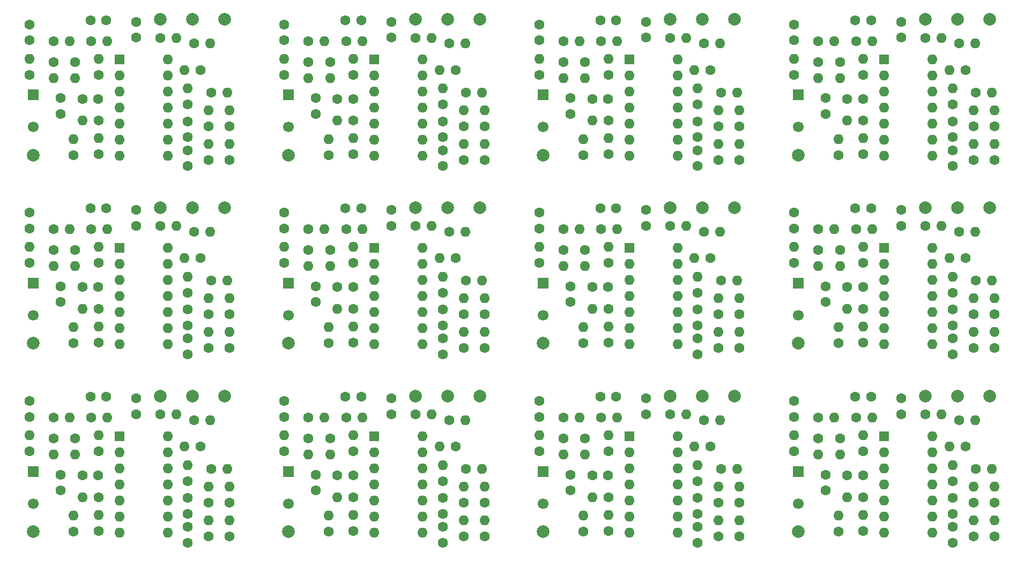
<source format=gbr>
G04 #@! TF.FileFunction,Soldermask,Bot*
%FSLAX46Y46*%
G04 Gerber Fmt 4.6, Leading zero omitted, Abs format (unit mm)*
G04 Created by KiCad (PCBNEW 4.0.6-e0-6349~53~ubuntu16.04.1) date Sat Mar 11 21:42:00 2017*
%MOMM*%
%LPD*%
G01*
G04 APERTURE LIST*
%ADD10C,0.100000*%
%ADD11C,1.600000*%
%ADD12O,1.600000X1.600000*%
%ADD13R,1.600000X1.600000*%
%ADD14C,1.998980*%
%ADD15C,1.700000*%
%ADD16R,1.700000X1.700000*%
G04 APERTURE END LIST*
D10*
D11*
X141599920Y-88379300D03*
X141599920Y-90879300D03*
X136646920Y-79235300D03*
X136646920Y-76735300D03*
X145028920Y-88506300D03*
X147528920Y-88506300D03*
X163697920Y-83934300D03*
D12*
X161157920Y-83934300D03*
D11*
X162681920Y-79743300D03*
D12*
X165221920Y-79743300D03*
D11*
X157347920Y-78854300D03*
D12*
X159887920Y-78854300D03*
D11*
X165348920Y-87490300D03*
D12*
X167888920Y-87490300D03*
D11*
X164967920Y-98158300D03*
D12*
X164967920Y-95618300D03*
D11*
X168269920Y-92824300D03*
D12*
X168269920Y-90284300D03*
D11*
X161665920Y-89395300D03*
D12*
X161665920Y-86855300D03*
D11*
X164967920Y-92824300D03*
D12*
X164967920Y-90284300D03*
D11*
X168269920Y-98158300D03*
D12*
X168269920Y-95618300D03*
D11*
X147568920Y-97269300D03*
D12*
X147568920Y-94729300D03*
D11*
X143631920Y-97396300D03*
D12*
X143631920Y-94856300D03*
D11*
X147568920Y-91935300D03*
D12*
X145028920Y-91935300D03*
D11*
X147568920Y-84696300D03*
D12*
X147568920Y-82156300D03*
D11*
X143885920Y-82664300D03*
D12*
X143885920Y-85204300D03*
D11*
X146425920Y-79362300D03*
D12*
X148965920Y-79362300D03*
D11*
X140456920Y-79362300D03*
D12*
X142996920Y-79362300D03*
D11*
X136646920Y-84696300D03*
D12*
X136646920Y-82156300D03*
D11*
X140456920Y-82664300D03*
D12*
X140456920Y-85204300D03*
D13*
X150870920Y-82283300D03*
D12*
X158490920Y-97523300D03*
X150870920Y-84823300D03*
X158490920Y-94983300D03*
X150870920Y-87363300D03*
X158490920Y-92443300D03*
X150870920Y-89903300D03*
X158490920Y-89903300D03*
X150870920Y-92443300D03*
X158490920Y-87363300D03*
X150870920Y-94983300D03*
X158490920Y-84823300D03*
X150870920Y-97523300D03*
X158490920Y-82283300D03*
D14*
X157347920Y-75933300D03*
X162427920Y-75933300D03*
X137281920Y-97396300D03*
X167507920Y-75933300D03*
D15*
X137281920Y-92951300D03*
D16*
X137281920Y-87871300D03*
D11*
X161665920Y-92062300D03*
X161665920Y-94562300D03*
X153537920Y-76314300D03*
X153537920Y-78814300D03*
X146298920Y-76060300D03*
X148798920Y-76060300D03*
X161665920Y-96634300D03*
X161665920Y-99134300D03*
X121409460Y-96634300D03*
X121409460Y-99134300D03*
X106042460Y-76060300D03*
X108542460Y-76060300D03*
X113281460Y-76314300D03*
X113281460Y-78814300D03*
X121409460Y-92062300D03*
X121409460Y-94562300D03*
D15*
X97025460Y-92951300D03*
D16*
X97025460Y-87871300D03*
D14*
X127251460Y-75933300D03*
X97025460Y-97396300D03*
X122171460Y-75933300D03*
X117091460Y-75933300D03*
D13*
X110614460Y-82283300D03*
D12*
X118234460Y-97523300D03*
X110614460Y-84823300D03*
X118234460Y-94983300D03*
X110614460Y-87363300D03*
X118234460Y-92443300D03*
X110614460Y-89903300D03*
X118234460Y-89903300D03*
X110614460Y-92443300D03*
X118234460Y-87363300D03*
X110614460Y-94983300D03*
X118234460Y-84823300D03*
X110614460Y-97523300D03*
X118234460Y-82283300D03*
D11*
X100200460Y-82664300D03*
D12*
X100200460Y-85204300D03*
D11*
X96390460Y-84696300D03*
D12*
X96390460Y-82156300D03*
D11*
X100200460Y-79362300D03*
D12*
X102740460Y-79362300D03*
D11*
X106169460Y-79362300D03*
D12*
X108709460Y-79362300D03*
D11*
X103629460Y-82664300D03*
D12*
X103629460Y-85204300D03*
D11*
X107312460Y-84696300D03*
D12*
X107312460Y-82156300D03*
D11*
X107312460Y-91935300D03*
D12*
X104772460Y-91935300D03*
D11*
X103375460Y-97396300D03*
D12*
X103375460Y-94856300D03*
D11*
X107312460Y-97269300D03*
D12*
X107312460Y-94729300D03*
D11*
X128013460Y-98158300D03*
D12*
X128013460Y-95618300D03*
D11*
X124711460Y-92824300D03*
D12*
X124711460Y-90284300D03*
D11*
X121409460Y-89395300D03*
D12*
X121409460Y-86855300D03*
D11*
X128013460Y-92824300D03*
D12*
X128013460Y-90284300D03*
D11*
X124711460Y-98158300D03*
D12*
X124711460Y-95618300D03*
D11*
X125092460Y-87490300D03*
D12*
X127632460Y-87490300D03*
D11*
X117091460Y-78854300D03*
D12*
X119631460Y-78854300D03*
D11*
X122425460Y-79743300D03*
D12*
X124965460Y-79743300D03*
D11*
X123441460Y-83934300D03*
D12*
X120901460Y-83934300D03*
D11*
X104772460Y-88506300D03*
X107272460Y-88506300D03*
X96390460Y-79235300D03*
X96390460Y-76735300D03*
X101343460Y-88379300D03*
X101343460Y-90879300D03*
X61087000Y-88379300D03*
X61087000Y-90879300D03*
X56134000Y-79235300D03*
X56134000Y-76735300D03*
X64516000Y-88506300D03*
X67016000Y-88506300D03*
X83185000Y-83934300D03*
D12*
X80645000Y-83934300D03*
D11*
X82169000Y-79743300D03*
D12*
X84709000Y-79743300D03*
D11*
X76835000Y-78854300D03*
D12*
X79375000Y-78854300D03*
D11*
X84836000Y-87490300D03*
D12*
X87376000Y-87490300D03*
D11*
X84455000Y-98158300D03*
D12*
X84455000Y-95618300D03*
D11*
X87757000Y-92824300D03*
D12*
X87757000Y-90284300D03*
D11*
X81153000Y-89395300D03*
D12*
X81153000Y-86855300D03*
D11*
X84455000Y-92824300D03*
D12*
X84455000Y-90284300D03*
D11*
X87757000Y-98158300D03*
D12*
X87757000Y-95618300D03*
D11*
X67056000Y-97269300D03*
D12*
X67056000Y-94729300D03*
D11*
X63119000Y-97396300D03*
D12*
X63119000Y-94856300D03*
D11*
X67056000Y-91935300D03*
D12*
X64516000Y-91935300D03*
D11*
X67056000Y-84696300D03*
D12*
X67056000Y-82156300D03*
D11*
X63373000Y-82664300D03*
D12*
X63373000Y-85204300D03*
D11*
X65913000Y-79362300D03*
D12*
X68453000Y-79362300D03*
D11*
X59944000Y-79362300D03*
D12*
X62484000Y-79362300D03*
D11*
X56134000Y-84696300D03*
D12*
X56134000Y-82156300D03*
D11*
X59944000Y-82664300D03*
D12*
X59944000Y-85204300D03*
D13*
X70358000Y-82283300D03*
D12*
X77978000Y-97523300D03*
X70358000Y-84823300D03*
X77978000Y-94983300D03*
X70358000Y-87363300D03*
X77978000Y-92443300D03*
X70358000Y-89903300D03*
X77978000Y-89903300D03*
X70358000Y-92443300D03*
X77978000Y-87363300D03*
X70358000Y-94983300D03*
X77978000Y-84823300D03*
X70358000Y-97523300D03*
X77978000Y-82283300D03*
D14*
X76835000Y-75933300D03*
X81915000Y-75933300D03*
X56769000Y-97396300D03*
X86995000Y-75933300D03*
D15*
X56769000Y-92951300D03*
D16*
X56769000Y-87871300D03*
D11*
X81153000Y-92062300D03*
X81153000Y-94562300D03*
X73025000Y-76314300D03*
X73025000Y-78814300D03*
X65786000Y-76060300D03*
X68286000Y-76060300D03*
X81153000Y-96634300D03*
X81153000Y-99134300D03*
X40894000Y-96634300D03*
X40894000Y-99134300D03*
X25527000Y-76060300D03*
X28027000Y-76060300D03*
X32766000Y-76314300D03*
X32766000Y-78814300D03*
X40894000Y-92062300D03*
X40894000Y-94562300D03*
D15*
X16510000Y-92951300D03*
D16*
X16510000Y-87871300D03*
D14*
X46736000Y-75933300D03*
X16510000Y-97396300D03*
X41656000Y-75933300D03*
X36576000Y-75933300D03*
D13*
X30099000Y-82283300D03*
D12*
X37719000Y-97523300D03*
X30099000Y-84823300D03*
X37719000Y-94983300D03*
X30099000Y-87363300D03*
X37719000Y-92443300D03*
X30099000Y-89903300D03*
X37719000Y-89903300D03*
X30099000Y-92443300D03*
X37719000Y-87363300D03*
X30099000Y-94983300D03*
X37719000Y-84823300D03*
X30099000Y-97523300D03*
X37719000Y-82283300D03*
D11*
X19685000Y-82664300D03*
D12*
X19685000Y-85204300D03*
D11*
X15875000Y-84696300D03*
D12*
X15875000Y-82156300D03*
D11*
X19685000Y-79362300D03*
D12*
X22225000Y-79362300D03*
D11*
X25654000Y-79362300D03*
D12*
X28194000Y-79362300D03*
D11*
X23114000Y-82664300D03*
D12*
X23114000Y-85204300D03*
D11*
X26797000Y-84696300D03*
D12*
X26797000Y-82156300D03*
D11*
X26797000Y-91935300D03*
D12*
X24257000Y-91935300D03*
D11*
X22860000Y-97396300D03*
D12*
X22860000Y-94856300D03*
D11*
X26797000Y-97269300D03*
D12*
X26797000Y-94729300D03*
D11*
X47498000Y-98158300D03*
D12*
X47498000Y-95618300D03*
D11*
X44196000Y-92824300D03*
D12*
X44196000Y-90284300D03*
D11*
X40894000Y-89395300D03*
D12*
X40894000Y-86855300D03*
D11*
X47498000Y-92824300D03*
D12*
X47498000Y-90284300D03*
D11*
X44196000Y-98158300D03*
D12*
X44196000Y-95618300D03*
D11*
X44577000Y-87490300D03*
D12*
X47117000Y-87490300D03*
D11*
X36576000Y-78854300D03*
D12*
X39116000Y-78854300D03*
D11*
X41910000Y-79743300D03*
D12*
X44450000Y-79743300D03*
D11*
X42926000Y-83934300D03*
D12*
X40386000Y-83934300D03*
D11*
X24257000Y-88506300D03*
X26757000Y-88506300D03*
X15875000Y-79235300D03*
X15875000Y-76735300D03*
X20828000Y-88379300D03*
X20828000Y-90879300D03*
X20828000Y-58592720D03*
X20828000Y-61092720D03*
X15875000Y-49448720D03*
X15875000Y-46948720D03*
X24257000Y-58719720D03*
X26757000Y-58719720D03*
X42926000Y-54147720D03*
D12*
X40386000Y-54147720D03*
D11*
X41910000Y-49956720D03*
D12*
X44450000Y-49956720D03*
D11*
X36576000Y-49067720D03*
D12*
X39116000Y-49067720D03*
D11*
X44577000Y-57703720D03*
D12*
X47117000Y-57703720D03*
D11*
X44196000Y-68371720D03*
D12*
X44196000Y-65831720D03*
D11*
X47498000Y-63037720D03*
D12*
X47498000Y-60497720D03*
D11*
X40894000Y-59608720D03*
D12*
X40894000Y-57068720D03*
D11*
X44196000Y-63037720D03*
D12*
X44196000Y-60497720D03*
D11*
X47498000Y-68371720D03*
D12*
X47498000Y-65831720D03*
D11*
X26797000Y-67482720D03*
D12*
X26797000Y-64942720D03*
D11*
X22860000Y-67609720D03*
D12*
X22860000Y-65069720D03*
D11*
X26797000Y-62148720D03*
D12*
X24257000Y-62148720D03*
D11*
X26797000Y-54909720D03*
D12*
X26797000Y-52369720D03*
D11*
X23114000Y-52877720D03*
D12*
X23114000Y-55417720D03*
D11*
X25654000Y-49575720D03*
D12*
X28194000Y-49575720D03*
D11*
X19685000Y-49575720D03*
D12*
X22225000Y-49575720D03*
D11*
X15875000Y-54909720D03*
D12*
X15875000Y-52369720D03*
D11*
X19685000Y-52877720D03*
D12*
X19685000Y-55417720D03*
D13*
X30099000Y-52496720D03*
D12*
X37719000Y-67736720D03*
X30099000Y-55036720D03*
X37719000Y-65196720D03*
X30099000Y-57576720D03*
X37719000Y-62656720D03*
X30099000Y-60116720D03*
X37719000Y-60116720D03*
X30099000Y-62656720D03*
X37719000Y-57576720D03*
X30099000Y-65196720D03*
X37719000Y-55036720D03*
X30099000Y-67736720D03*
X37719000Y-52496720D03*
D14*
X36576000Y-46146720D03*
X41656000Y-46146720D03*
X16510000Y-67609720D03*
X46736000Y-46146720D03*
D15*
X16510000Y-63164720D03*
D16*
X16510000Y-58084720D03*
D11*
X40894000Y-62275720D03*
X40894000Y-64775720D03*
X32766000Y-46527720D03*
X32766000Y-49027720D03*
X25527000Y-46273720D03*
X28027000Y-46273720D03*
X40894000Y-66847720D03*
X40894000Y-69347720D03*
X81153000Y-66847720D03*
X81153000Y-69347720D03*
X65786000Y-46273720D03*
X68286000Y-46273720D03*
X73025000Y-46527720D03*
X73025000Y-49027720D03*
X81153000Y-62275720D03*
X81153000Y-64775720D03*
D15*
X56769000Y-63164720D03*
D16*
X56769000Y-58084720D03*
D14*
X86995000Y-46146720D03*
X56769000Y-67609720D03*
X81915000Y-46146720D03*
X76835000Y-46146720D03*
D13*
X70358000Y-52496720D03*
D12*
X77978000Y-67736720D03*
X70358000Y-55036720D03*
X77978000Y-65196720D03*
X70358000Y-57576720D03*
X77978000Y-62656720D03*
X70358000Y-60116720D03*
X77978000Y-60116720D03*
X70358000Y-62656720D03*
X77978000Y-57576720D03*
X70358000Y-65196720D03*
X77978000Y-55036720D03*
X70358000Y-67736720D03*
X77978000Y-52496720D03*
D11*
X59944000Y-52877720D03*
D12*
X59944000Y-55417720D03*
D11*
X56134000Y-54909720D03*
D12*
X56134000Y-52369720D03*
D11*
X59944000Y-49575720D03*
D12*
X62484000Y-49575720D03*
D11*
X65913000Y-49575720D03*
D12*
X68453000Y-49575720D03*
D11*
X63373000Y-52877720D03*
D12*
X63373000Y-55417720D03*
D11*
X67056000Y-54909720D03*
D12*
X67056000Y-52369720D03*
D11*
X67056000Y-62148720D03*
D12*
X64516000Y-62148720D03*
D11*
X63119000Y-67609720D03*
D12*
X63119000Y-65069720D03*
D11*
X67056000Y-67482720D03*
D12*
X67056000Y-64942720D03*
D11*
X87757000Y-68371720D03*
D12*
X87757000Y-65831720D03*
D11*
X84455000Y-63037720D03*
D12*
X84455000Y-60497720D03*
D11*
X81153000Y-59608720D03*
D12*
X81153000Y-57068720D03*
D11*
X87757000Y-63037720D03*
D12*
X87757000Y-60497720D03*
D11*
X84455000Y-68371720D03*
D12*
X84455000Y-65831720D03*
D11*
X84836000Y-57703720D03*
D12*
X87376000Y-57703720D03*
D11*
X76835000Y-49067720D03*
D12*
X79375000Y-49067720D03*
D11*
X82169000Y-49956720D03*
D12*
X84709000Y-49956720D03*
D11*
X83185000Y-54147720D03*
D12*
X80645000Y-54147720D03*
D11*
X64516000Y-58719720D03*
X67016000Y-58719720D03*
X56134000Y-49448720D03*
X56134000Y-46948720D03*
X61087000Y-58592720D03*
X61087000Y-61092720D03*
X101343460Y-58592720D03*
X101343460Y-61092720D03*
X96390460Y-49448720D03*
X96390460Y-46948720D03*
X104772460Y-58719720D03*
X107272460Y-58719720D03*
X123441460Y-54147720D03*
D12*
X120901460Y-54147720D03*
D11*
X122425460Y-49956720D03*
D12*
X124965460Y-49956720D03*
D11*
X117091460Y-49067720D03*
D12*
X119631460Y-49067720D03*
D11*
X125092460Y-57703720D03*
D12*
X127632460Y-57703720D03*
D11*
X124711460Y-68371720D03*
D12*
X124711460Y-65831720D03*
D11*
X128013460Y-63037720D03*
D12*
X128013460Y-60497720D03*
D11*
X121409460Y-59608720D03*
D12*
X121409460Y-57068720D03*
D11*
X124711460Y-63037720D03*
D12*
X124711460Y-60497720D03*
D11*
X128013460Y-68371720D03*
D12*
X128013460Y-65831720D03*
D11*
X107312460Y-67482720D03*
D12*
X107312460Y-64942720D03*
D11*
X103375460Y-67609720D03*
D12*
X103375460Y-65069720D03*
D11*
X107312460Y-62148720D03*
D12*
X104772460Y-62148720D03*
D11*
X107312460Y-54909720D03*
D12*
X107312460Y-52369720D03*
D11*
X103629460Y-52877720D03*
D12*
X103629460Y-55417720D03*
D11*
X106169460Y-49575720D03*
D12*
X108709460Y-49575720D03*
D11*
X100200460Y-49575720D03*
D12*
X102740460Y-49575720D03*
D11*
X96390460Y-54909720D03*
D12*
X96390460Y-52369720D03*
D11*
X100200460Y-52877720D03*
D12*
X100200460Y-55417720D03*
D13*
X110614460Y-52496720D03*
D12*
X118234460Y-67736720D03*
X110614460Y-55036720D03*
X118234460Y-65196720D03*
X110614460Y-57576720D03*
X118234460Y-62656720D03*
X110614460Y-60116720D03*
X118234460Y-60116720D03*
X110614460Y-62656720D03*
X118234460Y-57576720D03*
X110614460Y-65196720D03*
X118234460Y-55036720D03*
X110614460Y-67736720D03*
X118234460Y-52496720D03*
D14*
X117091460Y-46146720D03*
X122171460Y-46146720D03*
X97025460Y-67609720D03*
X127251460Y-46146720D03*
D15*
X97025460Y-63164720D03*
D16*
X97025460Y-58084720D03*
D11*
X121409460Y-62275720D03*
X121409460Y-64775720D03*
X113281460Y-46527720D03*
X113281460Y-49027720D03*
X106042460Y-46273720D03*
X108542460Y-46273720D03*
X121409460Y-66847720D03*
X121409460Y-69347720D03*
X161665920Y-66847720D03*
X161665920Y-69347720D03*
X146298920Y-46273720D03*
X148798920Y-46273720D03*
X153537920Y-46527720D03*
X153537920Y-49027720D03*
X161665920Y-62275720D03*
X161665920Y-64775720D03*
D15*
X137281920Y-63164720D03*
D16*
X137281920Y-58084720D03*
D14*
X167507920Y-46146720D03*
X137281920Y-67609720D03*
X162427920Y-46146720D03*
X157347920Y-46146720D03*
D13*
X150870920Y-52496720D03*
D12*
X158490920Y-67736720D03*
X150870920Y-55036720D03*
X158490920Y-65196720D03*
X150870920Y-57576720D03*
X158490920Y-62656720D03*
X150870920Y-60116720D03*
X158490920Y-60116720D03*
X150870920Y-62656720D03*
X158490920Y-57576720D03*
X150870920Y-65196720D03*
X158490920Y-55036720D03*
X150870920Y-67736720D03*
X158490920Y-52496720D03*
D11*
X140456920Y-52877720D03*
D12*
X140456920Y-55417720D03*
D11*
X136646920Y-54909720D03*
D12*
X136646920Y-52369720D03*
D11*
X140456920Y-49575720D03*
D12*
X142996920Y-49575720D03*
D11*
X146425920Y-49575720D03*
D12*
X148965920Y-49575720D03*
D11*
X143885920Y-52877720D03*
D12*
X143885920Y-55417720D03*
D11*
X147568920Y-54909720D03*
D12*
X147568920Y-52369720D03*
D11*
X147568920Y-62148720D03*
D12*
X145028920Y-62148720D03*
D11*
X143631920Y-67609720D03*
D12*
X143631920Y-65069720D03*
D11*
X147568920Y-67482720D03*
D12*
X147568920Y-64942720D03*
D11*
X168269920Y-68371720D03*
D12*
X168269920Y-65831720D03*
D11*
X164967920Y-63037720D03*
D12*
X164967920Y-60497720D03*
D11*
X161665920Y-59608720D03*
D12*
X161665920Y-57068720D03*
D11*
X168269920Y-63037720D03*
D12*
X168269920Y-60497720D03*
D11*
X164967920Y-68371720D03*
D12*
X164967920Y-65831720D03*
D11*
X165348920Y-57703720D03*
D12*
X167888920Y-57703720D03*
D11*
X157347920Y-49067720D03*
D12*
X159887920Y-49067720D03*
D11*
X162681920Y-49956720D03*
D12*
X165221920Y-49956720D03*
D11*
X163697920Y-54147720D03*
D12*
X161157920Y-54147720D03*
D11*
X145028920Y-58719720D03*
X147528920Y-58719720D03*
X136646920Y-49448720D03*
X136646920Y-46948720D03*
X141599920Y-58592720D03*
X141599920Y-61092720D03*
X141599920Y-28829000D03*
X141599920Y-31329000D03*
X136646920Y-19685000D03*
X136646920Y-17185000D03*
X145028920Y-28956000D03*
X147528920Y-28956000D03*
X163697920Y-24384000D03*
D12*
X161157920Y-24384000D03*
D11*
X162681920Y-20193000D03*
D12*
X165221920Y-20193000D03*
D11*
X157347920Y-19304000D03*
D12*
X159887920Y-19304000D03*
D11*
X165348920Y-27940000D03*
D12*
X167888920Y-27940000D03*
D11*
X164967920Y-38608000D03*
D12*
X164967920Y-36068000D03*
D11*
X168269920Y-33274000D03*
D12*
X168269920Y-30734000D03*
D11*
X161665920Y-29845000D03*
D12*
X161665920Y-27305000D03*
D11*
X164967920Y-33274000D03*
D12*
X164967920Y-30734000D03*
D11*
X168269920Y-38608000D03*
D12*
X168269920Y-36068000D03*
D11*
X147568920Y-37719000D03*
D12*
X147568920Y-35179000D03*
D11*
X143631920Y-37846000D03*
D12*
X143631920Y-35306000D03*
D11*
X147568920Y-32385000D03*
D12*
X145028920Y-32385000D03*
D11*
X147568920Y-25146000D03*
D12*
X147568920Y-22606000D03*
D11*
X143885920Y-23114000D03*
D12*
X143885920Y-25654000D03*
D11*
X146425920Y-19812000D03*
D12*
X148965920Y-19812000D03*
D11*
X140456920Y-19812000D03*
D12*
X142996920Y-19812000D03*
D11*
X136646920Y-25146000D03*
D12*
X136646920Y-22606000D03*
D11*
X140456920Y-23114000D03*
D12*
X140456920Y-25654000D03*
D13*
X150870920Y-22733000D03*
D12*
X158490920Y-37973000D03*
X150870920Y-25273000D03*
X158490920Y-35433000D03*
X150870920Y-27813000D03*
X158490920Y-32893000D03*
X150870920Y-30353000D03*
X158490920Y-30353000D03*
X150870920Y-32893000D03*
X158490920Y-27813000D03*
X150870920Y-35433000D03*
X158490920Y-25273000D03*
X150870920Y-37973000D03*
X158490920Y-22733000D03*
D14*
X157347920Y-16383000D03*
X162427920Y-16383000D03*
X137281920Y-37846000D03*
X167507920Y-16383000D03*
D15*
X137281920Y-33401000D03*
D16*
X137281920Y-28321000D03*
D11*
X161665920Y-32512000D03*
X161665920Y-35012000D03*
X153537920Y-16764000D03*
X153537920Y-19264000D03*
X146298920Y-16510000D03*
X148798920Y-16510000D03*
X161665920Y-37084000D03*
X161665920Y-39584000D03*
X121409460Y-37084000D03*
X121409460Y-39584000D03*
X106042460Y-16510000D03*
X108542460Y-16510000D03*
X113281460Y-16764000D03*
X113281460Y-19264000D03*
X121409460Y-32512000D03*
X121409460Y-35012000D03*
D15*
X97025460Y-33401000D03*
D16*
X97025460Y-28321000D03*
D14*
X127251460Y-16383000D03*
X97025460Y-37846000D03*
X122171460Y-16383000D03*
X117091460Y-16383000D03*
D13*
X110614460Y-22733000D03*
D12*
X118234460Y-37973000D03*
X110614460Y-25273000D03*
X118234460Y-35433000D03*
X110614460Y-27813000D03*
X118234460Y-32893000D03*
X110614460Y-30353000D03*
X118234460Y-30353000D03*
X110614460Y-32893000D03*
X118234460Y-27813000D03*
X110614460Y-35433000D03*
X118234460Y-25273000D03*
X110614460Y-37973000D03*
X118234460Y-22733000D03*
D11*
X100200460Y-23114000D03*
D12*
X100200460Y-25654000D03*
D11*
X96390460Y-25146000D03*
D12*
X96390460Y-22606000D03*
D11*
X100200460Y-19812000D03*
D12*
X102740460Y-19812000D03*
D11*
X106169460Y-19812000D03*
D12*
X108709460Y-19812000D03*
D11*
X103629460Y-23114000D03*
D12*
X103629460Y-25654000D03*
D11*
X107312460Y-25146000D03*
D12*
X107312460Y-22606000D03*
D11*
X107312460Y-32385000D03*
D12*
X104772460Y-32385000D03*
D11*
X103375460Y-37846000D03*
D12*
X103375460Y-35306000D03*
D11*
X107312460Y-37719000D03*
D12*
X107312460Y-35179000D03*
D11*
X128013460Y-38608000D03*
D12*
X128013460Y-36068000D03*
D11*
X124711460Y-33274000D03*
D12*
X124711460Y-30734000D03*
D11*
X121409460Y-29845000D03*
D12*
X121409460Y-27305000D03*
D11*
X128013460Y-33274000D03*
D12*
X128013460Y-30734000D03*
D11*
X124711460Y-38608000D03*
D12*
X124711460Y-36068000D03*
D11*
X125092460Y-27940000D03*
D12*
X127632460Y-27940000D03*
D11*
X117091460Y-19304000D03*
D12*
X119631460Y-19304000D03*
D11*
X122425460Y-20193000D03*
D12*
X124965460Y-20193000D03*
D11*
X123441460Y-24384000D03*
D12*
X120901460Y-24384000D03*
D11*
X104772460Y-28956000D03*
X107272460Y-28956000D03*
X96390460Y-19685000D03*
X96390460Y-17185000D03*
X101343460Y-28829000D03*
X101343460Y-31329000D03*
X61087000Y-28829000D03*
X61087000Y-31329000D03*
X56134000Y-19685000D03*
X56134000Y-17185000D03*
X64516000Y-28956000D03*
X67016000Y-28956000D03*
X83185000Y-24384000D03*
D12*
X80645000Y-24384000D03*
D11*
X82169000Y-20193000D03*
D12*
X84709000Y-20193000D03*
D11*
X76835000Y-19304000D03*
D12*
X79375000Y-19304000D03*
D11*
X84836000Y-27940000D03*
D12*
X87376000Y-27940000D03*
D11*
X84455000Y-38608000D03*
D12*
X84455000Y-36068000D03*
D11*
X87757000Y-33274000D03*
D12*
X87757000Y-30734000D03*
D11*
X81153000Y-29845000D03*
D12*
X81153000Y-27305000D03*
D11*
X84455000Y-33274000D03*
D12*
X84455000Y-30734000D03*
D11*
X87757000Y-38608000D03*
D12*
X87757000Y-36068000D03*
D11*
X67056000Y-37719000D03*
D12*
X67056000Y-35179000D03*
D11*
X63119000Y-37846000D03*
D12*
X63119000Y-35306000D03*
D11*
X67056000Y-32385000D03*
D12*
X64516000Y-32385000D03*
D11*
X67056000Y-25146000D03*
D12*
X67056000Y-22606000D03*
D11*
X63373000Y-23114000D03*
D12*
X63373000Y-25654000D03*
D11*
X65913000Y-19812000D03*
D12*
X68453000Y-19812000D03*
D11*
X59944000Y-19812000D03*
D12*
X62484000Y-19812000D03*
D11*
X56134000Y-25146000D03*
D12*
X56134000Y-22606000D03*
D11*
X59944000Y-23114000D03*
D12*
X59944000Y-25654000D03*
D13*
X70358000Y-22733000D03*
D12*
X77978000Y-37973000D03*
X70358000Y-25273000D03*
X77978000Y-35433000D03*
X70358000Y-27813000D03*
X77978000Y-32893000D03*
X70358000Y-30353000D03*
X77978000Y-30353000D03*
X70358000Y-32893000D03*
X77978000Y-27813000D03*
X70358000Y-35433000D03*
X77978000Y-25273000D03*
X70358000Y-37973000D03*
X77978000Y-22733000D03*
D14*
X76835000Y-16383000D03*
X81915000Y-16383000D03*
X56769000Y-37846000D03*
X86995000Y-16383000D03*
D15*
X56769000Y-33401000D03*
D16*
X56769000Y-28321000D03*
D11*
X81153000Y-32512000D03*
X81153000Y-35012000D03*
X73025000Y-16764000D03*
X73025000Y-19264000D03*
X65786000Y-16510000D03*
X68286000Y-16510000D03*
X81153000Y-37084000D03*
X81153000Y-39584000D03*
X40894000Y-37084000D03*
X40894000Y-39584000D03*
X25527000Y-16510000D03*
X28027000Y-16510000D03*
X32766000Y-16764000D03*
X32766000Y-19264000D03*
X40894000Y-32512000D03*
X40894000Y-35012000D03*
D15*
X16510000Y-33401000D03*
D16*
X16510000Y-28321000D03*
D14*
X46736000Y-16383000D03*
X16510000Y-37846000D03*
X41656000Y-16383000D03*
X36576000Y-16383000D03*
D13*
X30099000Y-22733000D03*
D12*
X37719000Y-37973000D03*
X30099000Y-25273000D03*
X37719000Y-35433000D03*
X30099000Y-27813000D03*
X37719000Y-32893000D03*
X30099000Y-30353000D03*
X37719000Y-30353000D03*
X30099000Y-32893000D03*
X37719000Y-27813000D03*
X30099000Y-35433000D03*
X37719000Y-25273000D03*
X30099000Y-37973000D03*
X37719000Y-22733000D03*
D11*
X19685000Y-23114000D03*
D12*
X19685000Y-25654000D03*
D11*
X15875000Y-25146000D03*
D12*
X15875000Y-22606000D03*
D11*
X19685000Y-19812000D03*
D12*
X22225000Y-19812000D03*
D11*
X25654000Y-19812000D03*
D12*
X28194000Y-19812000D03*
D11*
X23114000Y-23114000D03*
D12*
X23114000Y-25654000D03*
D11*
X26797000Y-25146000D03*
D12*
X26797000Y-22606000D03*
D11*
X26797000Y-32385000D03*
D12*
X24257000Y-32385000D03*
D11*
X22860000Y-37846000D03*
D12*
X22860000Y-35306000D03*
D11*
X26797000Y-37719000D03*
D12*
X26797000Y-35179000D03*
D11*
X47498000Y-38608000D03*
D12*
X47498000Y-36068000D03*
D11*
X44196000Y-33274000D03*
D12*
X44196000Y-30734000D03*
D11*
X40894000Y-29845000D03*
D12*
X40894000Y-27305000D03*
D11*
X47498000Y-33274000D03*
D12*
X47498000Y-30734000D03*
D11*
X44196000Y-38608000D03*
D12*
X44196000Y-36068000D03*
D11*
X44577000Y-27940000D03*
D12*
X47117000Y-27940000D03*
D11*
X36576000Y-19304000D03*
D12*
X39116000Y-19304000D03*
D11*
X41910000Y-20193000D03*
D12*
X44450000Y-20193000D03*
D11*
X42926000Y-24384000D03*
D12*
X40386000Y-24384000D03*
D11*
X24257000Y-28956000D03*
X26757000Y-28956000D03*
X15875000Y-19685000D03*
X15875000Y-17185000D03*
X20828000Y-28829000D03*
X20828000Y-31329000D03*
M02*

</source>
